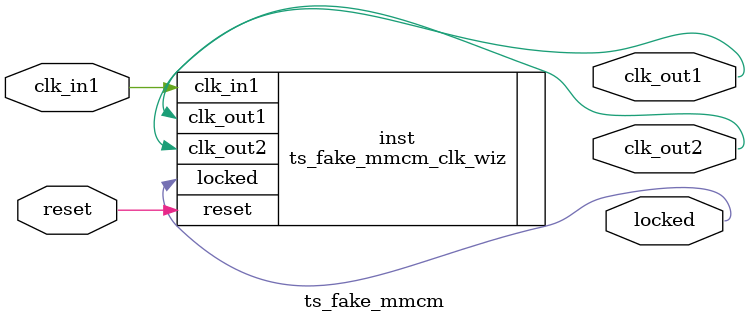
<source format=v>


`timescale 1ps/1ps

(* CORE_GENERATION_INFO = "ts_fake_mmcm,clk_wiz_v6_0_5_0_0,{component_name=ts_fake_mmcm,use_phase_alignment=false,use_min_o_jitter=false,use_max_i_jitter=false,use_dyn_phase_shift=false,use_inclk_switchover=false,use_dyn_reconfig=false,enable_axi=0,feedback_source=FDBK_AUTO,PRIMITIVE=MMCM,num_out_clk=2,clkin1_period=16.000,clkin2_period=10.0,use_power_down=false,use_reset=true,use_locked=true,use_inclk_stopped=false,feedback_type=SINGLE,CLOCK_MGR_TYPE=NA,manual_override=false}" *)

module ts_fake_mmcm 
 (
  // Clock out ports
  output        clk_out1,
  output        clk_out2,
  // Status and control signals
  input         reset,
  output        locked,
 // Clock in ports
  input         clk_in1
 );

  ts_fake_mmcm_clk_wiz inst
  (
  // Clock out ports  
  .clk_out1(clk_out1),
  .clk_out2(clk_out2),
  // Status and control signals               
  .reset(reset), 
  .locked(locked),
 // Clock in ports
  .clk_in1(clk_in1)
  );

endmodule

</source>
